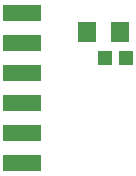
<source format=gbs>
G75*
G70*
%OFA0B0*%
%FSLAX24Y24*%
%IPPOS*%
%LPD*%
%AMOC8*
5,1,8,0,0,1.08239X$1,22.5*
%
%ADD10R,0.0513X0.0474*%
%ADD11R,0.0631X0.0710*%
%ADD12R,0.1280X0.0580*%
D10*
X006600Y004002D03*
X007270Y004002D03*
D11*
X007086Y004872D03*
X005984Y004872D03*
D12*
X003835Y000502D03*
X003835Y001502D03*
X003835Y002502D03*
X003835Y003502D03*
X003835Y004502D03*
X003835Y005502D03*
M02*

</source>
